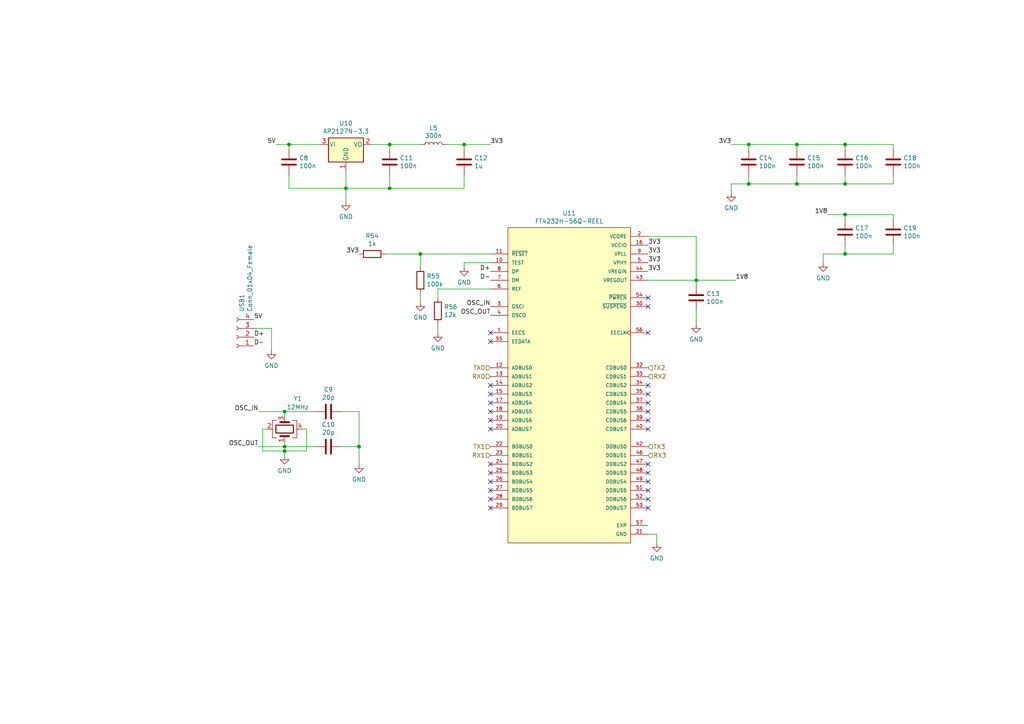
<source format=kicad_sch>
(kicad_sch (version 20211123) (generator eeschema)
  (paper "A4")
  (title_block (title "USB to UART ") (date "2022-08-10") (rev "2.0"))
  (lib_symbols
    (symbol "Connector:Conn_01x04_Female" (pin_names (offset 1.016) hide)
      (property "Reference" "J" (at 0 5.08 0))
      (property "Value" "Conn_01x04_Female" (at 0 -7.62 0))
      (symbol "Conn_01x04_Female_1_1"
        (arc (start 0 -4.572) (mid -0.508 -5.08) (end 0 -5.588) (stroke (width 0.1524)))
        (arc (start 0 -2.032) (mid -0.508 -2.54) (end 0 -3.048) (stroke (width 0.1524)))
        (polyline (pts (xy -1.27 -5.08) (xy -0.508 -5.08)) (stroke (width 0.1524)))
        (polyline (pts (xy -1.27 -2.54) (xy -0.508 -2.54)) (stroke (width 0.1524)))
        (polyline (pts (xy -1.27 0) (xy -0.508 0)) (stroke (width 0.1524)))
        (polyline (pts (xy -1.27 2.54) (xy -0.508 2.54)) (stroke (width 0.1524)))
        (arc (start 0 0.508) (mid -0.508 0) (end 0 -0.508) (stroke (width 0.1524)))
        (arc (start 0 3.048) (mid -0.508 2.54) (end 0 2.032) (stroke (width 0.1524)))
        (pin passive line (at -5.08 2.54 0) (length 3.81) (name "Pin_1") (number "1"))
        (pin passive line (at -5.08 0 0) (length 3.81) (name "Pin_2") (number "2"))
        (pin passive line (at -5.08 -2.54 0) (length 3.81) (name "Pin_3") (number "3"))
        (pin passive line (at -5.08 -5.08 0) (length 3.81) (name "Pin_4") (number "4"))
      )
    )
    (symbol "Device:C" (pin_numbers hide) (pin_names (offset 0.254))
      (property "Reference" "C" (at 0.635 2.54 0))
      (property "Value" "C" (at 0.635 -2.54 0))
      (symbol "C_0_1"
        (polyline (pts (xy -2.032 -0.762) (xy 2.032 -0.762)) (stroke (width 0.508)))
        (polyline (pts (xy -2.032 0.762) (xy 2.032 0.762)) (stroke (width 0.508)))
      )
      (symbol "C_1_1"
        (pin passive line (at 0 3.81 270) (length 2.794) (name "~") (number "1"))
        (pin passive line (at 0 -3.81 90) (length 2.794) (name "~") (number "2"))
      )
    )
    (symbol "Device:Crystal_GND24" (pin_names (offset 1.016) hide)
      (property "Reference" "Y" (at 3.175 5.08 0))
      (property "Value" "Crystal_GND24" (at 3.175 3.175 0))
      (symbol "Crystal_GND24_0_1"
        (rectangle (start -1.143 2.54) (end 1.143 -2.54) (stroke (width 0.3048)))
        (polyline (pts (xy -2.54 0) (xy -2.032 0)))
        (polyline (pts (xy -2.032 -1.27) (xy -2.032 1.27)) (stroke (width 0.508)))
        (polyline (pts (xy 0 -3.81) (xy 0 -3.556)))
        (polyline (pts (xy 0 3.556) (xy 0 3.81)))
        (polyline (pts (xy 2.032 -1.27) (xy 2.032 1.27)) (stroke (width 0.508)))
        (polyline (pts (xy 2.032 0) (xy 2.54 0)))
        (polyline (pts (xy -2.54 -2.286) (xy -2.54 -3.556) (xy 2.54 -3.556) (xy 2.54 -2.286)))
        (polyline (pts (xy -2.54 2.286) (xy -2.54 3.556) (xy 2.54 3.556) (xy 2.54 2.286)))
      )
      (symbol "Crystal_GND24_1_1"
        (pin passive line (at -3.81 0 0) (length 1.27) (name "1") (number "1"))
        (pin passive line (at 0 5.08 270) (length 1.27) (name "2") (number "2"))
        (pin passive line (at 3.81 0 180) (length 1.27) (name "3") (number "3"))
        (pin passive line (at 0 -5.08 90) (length 1.27) (name "4") (number "4"))
      )
    )
    (symbol "Device:L" (pin_numbers hide) (pin_names (offset 1.016) hide)
      (property "Reference" "L" (at -1.27 0 90))
      (property "Value" "L" (at 1.905 0 90))
      (symbol "L_0_1"
        (arc (start 0 -2.54) (mid 0.635 -1.905) (end 0 -1.27))
        (arc (start 0 -1.27) (mid 0.635 -0.635) (end 0 0))
        (arc (start 0 0) (mid 0.635 0.635) (end 0 1.27))
        (arc (start 0 1.27) (mid 0.635 1.905) (end 0 2.54))
      )
      (symbol "L_1_1"
        (pin passive line (at 0 3.81 270) (length 1.27) (name "1") (number "1"))
        (pin passive line (at 0 -3.81 90) (length 1.27) (name "2") (number "2"))
      )
    )
    (symbol "Device:R" (pin_numbers hide) (pin_names (offset 0))
      (property "Reference" "R" (at 2.032 0 90))
      (property "Value" "R" (at 0 0 90))
      (symbol "R_0_1"
        (rectangle (start -1.016 -2.54) (end 1.016 2.54) (stroke (width 0.254)))
      )
      (symbol "R_1_1"
        (pin passive line (at 0 3.81 270) (length 1.27) (name "~") (number "1"))
        (pin passive line (at 0 -3.81 90) (length 1.27) (name "~") (number "2"))
      )
    )
    (symbol "Regulator_Linear:AP2127N-3.3" (pin_names (offset 0.254))
      (property "Reference" "U" (at -3.81 3.175 0))
      (property "Value" "AP2127N-3.3" (at 0 3.175 0))
      (symbol "AP2127N-3.3_0_1"
        (rectangle (start -5.08 1.905) (end 5.08 -5.08) (stroke (width 0.254)) (fill (type background)))
      )
      (symbol "AP2127N-3.3_1_1"
        (pin power_in line (at 0 -7.62 90) (length 2.54) (name "GND") (number "1"))
        (pin power_out line (at 7.62 0 180) (length 2.54) (name "VO") (number "2"))
        (pin power_in line (at -7.62 0 0) (length 2.54) (name "VI") (number "3"))
      )
    )
    (symbol "cubesat_obc_lib:FT4232H-56Q-REEL" (pin_names (offset 1.016))
      (property "Reference" "U" (at -17.8054 51.4096 0))
      (property "Value" "FT4232H-56Q-REEL" (at -17.78 -43.7134 0))
      (symbol "FT4232H-56Q-REEL_0_0"
        (pin bidirectional line (at -22.86 20.32 0) (length 5.08) (name "EECS") (number "1"))
        (pin input line (at -22.86 40.64 0) (length 5.08) (name "TEST") (number "10"))
        (pin input line (at -22.86 43.18 0) (length 5.08) (name "~{RESET}") (number "11"))
        (pin bidirectional line (at -22.86 10.16 0) (length 5.08) (name "ADBUS0") (number "12"))
        (pin bidirectional line (at -22.86 7.62 0) (length 5.08) (name "ADBUS1") (number "13"))
        (pin bidirectional line (at -22.86 5.08 0) (length 5.08) (name "ADBUS2") (number "14"))
        (pin bidirectional line (at -22.86 2.54 0) (length 5.08) (name "ADBUS3") (number "15"))
        (pin power_in line (at 22.86 45.72 180) (length 5.08) (name "VCCIO") (number "16"))
        (pin bidirectional line (at -22.86 0 0) (length 5.08) (name "ADBUS4") (number "17"))
        (pin bidirectional line (at -22.86 -2.54 0) (length 5.08) (name "ADBUS5") (number "18"))
        (pin bidirectional line (at -22.86 -5.08 0) (length 5.08) (name "ADBUS6") (number "19"))
        (pin power_in line (at 22.86 48.26 180) (length 5.08) (name "VCORE") (number "2"))
        (pin bidirectional line (at -22.86 -7.62 0) (length 5.08) (name "ADBUS7") (number "20"))
        (pin power_in line (at 22.86 -38.1 180) (length 5.08) (name "GND") (number "21"))
        (pin bidirectional line (at -22.86 -12.7 0) (length 5.08) (name "BDBUS0") (number "22"))
        (pin bidirectional line (at -22.86 -15.24 0) (length 5.08) (name "BDBUS1") (number "23"))
        (pin bidirectional line (at -22.86 -17.78 0) (length 5.08) (name "BDBUS2") (number "24"))
        (pin bidirectional line (at -22.86 -20.32 0) (length 5.08) (name "BDBUS3") (number "25"))
        (pin bidirectional line (at -22.86 -22.86 0) (length 5.08) (name "BDBUS4") (number "26"))
        (pin bidirectional line (at -22.86 -25.4 0) (length 5.08) (name "BDBUS5") (number "27"))
        (pin bidirectional line (at -22.86 -27.94 0) (length 5.08) (name "BDBUS6") (number "28"))
        (pin bidirectional line (at -22.86 -30.48 0) (length 5.08) (name "BDBUS7") (number "29"))
        (pin input line (at -22.86 27.94 0) (length 5.08) (name "OSCI") (number "3"))
        (pin output line (at 22.86 27.94 180) (length 5.08) (name "~{SUSPEND}") (number "30"))
        (pin passive line (at 22.86 48.26 180) (length 5.08) hide (name "VCORE") (number "31"))
        (pin bidirectional line (at 22.86 10.16 180) (length 5.08) (name "CDBUS0") (number "32"))
        (pin bidirectional line (at 22.86 7.62 180) (length 5.08) (name "CDBUS1") (number "33"))
        (pin bidirectional line (at 22.86 5.08 180) (length 5.08) (name "CDBUS2") (number "34"))
        (pin bidirectional line (at 22.86 2.54 180) (length 5.08) (name "CDBUS3") (number "35"))
        (pin passive line (at 22.86 45.72 180) (length 5.08) hide (name "VCCIO") (number "36"))
        (pin bidirectional line (at 22.86 0 180) (length 5.08) (name "CDBUS4") (number "37"))
        (pin bidirectional line (at 22.86 -2.54 180) (length 5.08) (name "CDBUS5") (number "38"))
        (pin bidirectional line (at 22.86 -5.08 180) (length 5.08) (name "CDBUS6") (number "39"))
        (pin output line (at -22.86 25.4 0) (length 5.08) (name "OSCO") (number "4"))
        (pin bidirectional line (at 22.86 -7.62 180) (length 5.08) (name "CDBUS7") (number "40"))
        (pin passive line (at 22.86 -38.1 180) (length 5.08) hide (name "GND") (number "41"))
        (pin bidirectional line (at 22.86 -12.7 180) (length 5.08) (name "DDBUS0") (number "42"))
        (pin power_in line (at 22.86 35.56 180) (length 5.08) (name "VREGOUT") (number "43"))
        (pin power_in line (at 22.86 38.1 180) (length 5.08) (name "VREGIN") (number "44"))
        (pin passive line (at 22.86 -38.1 180) (length 5.08) hide (name "GND") (number "45"))
        (pin bidirectional line (at 22.86 -15.24 180) (length 5.08) (name "DDBUS1") (number "46"))
        (pin bidirectional line (at 22.86 -17.78 180) (length 5.08) (name "DDBUS2") (number "47"))
        (pin bidirectional line (at 22.86 -20.32 180) (length 5.08) (name "DDBUS3") (number "48"))
        (pin bidirectional line (at 22.86 -22.86 180) (length 5.08) (name "DDBUS4") (number "49"))
        (pin power_in line (at 22.86 40.64 180) (length 5.08) (name "VPHY") (number "5"))
        (pin passive line (at 22.86 45.72 180) (length 5.08) hide (name "VCCIO") (number "50"))
        (pin bidirectional line (at 22.86 -25.4 180) (length 5.08) (name "DDBUS5") (number "51"))
        (pin bidirectional line (at 22.86 -27.94 180) (length 5.08) (name "DDBUS6") (number "52"))
        (pin bidirectional line (at 22.86 -30.48 180) (length 5.08) (name "DDBUS7") (number "53"))
        (pin output line (at 22.86 30.48 180) (length 5.08) (name "~{PWREN}") (number "54"))
        (pin bidirectional line (at -22.86 17.78 0) (length 5.08) (name "EEDATA") (number "55"))
        (pin output clock (at 22.86 20.32 180) (length 5.08) (name "EECLK") (number "56"))
        (pin power_in line (at 22.86 -35.56 180) (length 5.08) (name "EXP") (number "57"))
        (pin input line (at -22.86 33.02 0) (length 5.08) (name "REF") (number "6"))
        (pin input line (at -22.86 35.56 0) (length 5.08) (name "DM") (number "7"))
        (pin input line (at -22.86 38.1 0) (length 5.08) (name "DP") (number "8"))
        (pin power_in line (at 22.86 43.18 180) (length 5.08) (name "VPLL") (number "9"))
      )
      (symbol "FT4232H-56Q-REEL_1_1"
        (rectangle (start -17.78 50.8) (end 17.78 -40.64) (fill (type background)))
      )
    )
    (symbol "power:GND" (power) (pin_names (offset 0))
      (property "Value" "GND" (at 0 -3.81 0))
      (symbol "GND_0_1"
        (polyline (pts (xy 0 0) (xy 0 -1.27) (xy 1.27 -1.27) (xy 0 -2.54) (xy -1.27 -1.27) (xy 0 -1.27)))
      )
      (symbol "GND_1_1"
        (pin power_in line (at 0 0 270) (length 0) hide (name "GND") (number "1"))
      )
    )
  )
  (junction (at 83.82 41.91))
  (junction (at 82.55 130.81))
  (junction (at 104.14 129.54))
  (junction (at 217.17 53.34))
  (junction (at 113.03 41.91))
  (junction (at 201.93 81.28))
  (junction (at 134.62 41.91))
  (junction (at 121.92 73.66))
  (junction (at 245.11 53.34))
  (junction (at 82.55 119.38))
  (junction (at 113.03 54.61))
  (junction (at 231.14 41.91))
  (junction (at 245.11 41.91))
  (junction (at 100.33 54.61))
  (junction (at 82.55 129.54))
  (junction (at 231.14 53.34))
  (junction (at 217.17 41.91))
  (junction (at 245.11 73.66))
  (junction (at 245.11 62.23))
  (no_connect (at 142.24 121.92))
  (no_connect (at 142.24 124.46))
  (no_connect (at 142.24 99.06))
  (no_connect (at 142.24 96.52))
  (no_connect (at 142.24 119.38))
  (no_connect (at 142.24 116.84))
  (no_connect (at 187.96 96.52))
  (no_connect (at 187.96 86.36))
  (no_connect (at 187.96 88.9))
  (no_connect (at 142.24 134.62))
  (no_connect (at 142.24 137.16))
  (no_connect (at 142.24 139.7))
  (no_connect (at 142.24 111.76))
  (no_connect (at 142.24 114.3))
  (no_connect (at 187.96 124.46))
  (no_connect (at 187.96 119.38))
  (no_connect (at 187.96 121.92))
  (no_connect (at 187.96 147.32))
  (no_connect (at 142.24 142.24))
  (no_connect (at 142.24 144.78))
  (no_connect (at 142.24 147.32))
  (no_connect (at 187.96 134.62))
  (no_connect (at 187.96 137.16))
  (no_connect (at 187.96 139.7))
  (no_connect (at 187.96 142.24))
  (no_connect (at 187.96 144.78))
  (no_connect (at 187.96 111.76))
  (no_connect (at 187.96 114.3))
  (no_connect (at 187.96 116.84))
  (wire (pts (xy 100.33 49.53) (xy 100.33 54.61)))
  (wire (pts (xy 190.5 154.94) (xy 187.96 154.94)))
  (wire (pts (xy 245.11 63.5) (xy 245.11 62.23)))
  (wire (pts (xy 82.55 128.27) (xy 82.55 129.54)))
  (wire (pts (xy 78.74 101.6) (xy 78.74 95.25)))
  (wire (pts (xy 259.08 71.12) (xy 259.08 73.66)))
  (wire (pts (xy 76.2 124.46) (xy 77.47 124.46)))
  (wire (pts (xy 74.93 129.54) (xy 82.55 129.54)))
  (wire (pts (xy 201.93 90.17) (xy 201.93 93.98)))
  (wire (pts (xy 107.95 41.91) (xy 113.03 41.91)))
  (wire (pts (xy 129.54 41.91) (xy 134.62 41.91)))
  (wire (pts (xy 82.55 130.81) (xy 82.55 132.08)))
  (wire (pts (xy 113.03 43.18) (xy 113.03 41.91)))
  (wire (pts (xy 99.06 129.54) (xy 104.14 129.54)))
  (wire (pts (xy 212.09 53.34) (xy 217.17 53.34)))
  (wire (pts (xy 113.03 54.61) (xy 134.62 54.61)))
  (wire (pts (xy 238.76 73.66) (xy 245.11 73.66)))
  (wire (pts (xy 127 83.82) (xy 127 86.36)))
  (wire (pts (xy 104.14 119.38) (xy 104.14 129.54)))
  (wire (pts (xy 100.33 54.61) (xy 113.03 54.61)))
  (wire (pts (xy 83.82 50.8) (xy 83.82 54.61)))
  (wire (pts (xy 212.09 41.91) (xy 217.17 41.91)))
  (wire (pts (xy 231.14 43.18) (xy 231.14 41.91)))
  (wire (pts (xy 259.08 43.18) (xy 259.08 41.91)))
  (wire (pts (xy 121.92 85.09) (xy 121.92 87.63)))
  (wire (pts (xy 91.44 129.54) (xy 82.55 129.54)))
  (wire (pts (xy 104.14 129.54) (xy 104.14 134.62)))
  (wire (pts (xy 245.11 62.23) (xy 259.08 62.23)))
  (wire (pts (xy 259.08 50.8) (xy 259.08 53.34)))
  (wire (pts (xy 245.11 43.18) (xy 245.11 41.91)))
  (wire (pts (xy 201.93 68.58) (xy 201.93 81.28)))
  (wire (pts (xy 245.11 71.12) (xy 245.11 73.66)))
  (wire (pts (xy 217.17 50.8) (xy 217.17 53.34)))
  (wire (pts (xy 134.62 76.2) (xy 142.24 76.2)))
  (wire (pts (xy 88.9 124.46) (xy 88.9 130.81)))
  (wire (pts (xy 80.01 41.91) (xy 83.82 41.91)))
  (wire (pts (xy 245.11 41.91) (xy 259.08 41.91)))
  (wire (pts (xy 240.03 62.23) (xy 245.11 62.23)))
  (wire (pts (xy 113.03 41.91) (xy 121.92 41.91)))
  (wire (pts (xy 88.9 130.81) (xy 82.55 130.81)))
  (wire (pts (xy 121.92 73.66) (xy 142.24 73.66)))
  (wire (pts (xy 121.92 77.47) (xy 121.92 73.66)))
  (wire (pts (xy 213.36 81.28) (xy 201.93 81.28)))
  (wire (pts (xy 100.33 54.61) (xy 100.33 58.42)))
  (wire (pts (xy 231.14 50.8) (xy 231.14 53.34)))
  (wire (pts (xy 201.93 82.55) (xy 201.93 81.28)))
  (wire (pts (xy 134.62 41.91) (xy 142.24 41.91)))
  (wire (pts (xy 245.11 50.8) (xy 245.11 53.34)))
  (wire (pts (xy 134.62 41.91) (xy 134.62 43.18)))
  (wire (pts (xy 187.96 81.28) (xy 201.93 81.28)))
  (wire (pts (xy 91.44 119.38) (xy 82.55 119.38)))
  (wire (pts (xy 82.55 120.65) (xy 82.55 119.38)))
  (wire (pts (xy 217.17 41.91) (xy 231.14 41.91)))
  (wire (pts (xy 238.76 76.2) (xy 238.76 73.66)))
  (wire (pts (xy 259.08 63.5) (xy 259.08 62.23)))
  (wire (pts (xy 111.76 73.66) (xy 121.92 73.66)))
  (wire (pts (xy 134.62 77.47) (xy 134.62 76.2)))
  (wire (pts (xy 78.74 95.25) (xy 73.66 95.25)))
  (wire (pts (xy 217.17 43.18) (xy 217.17 41.91)))
  (wire (pts (xy 190.5 157.48) (xy 190.5 154.94)))
  (wire (pts (xy 99.06 119.38) (xy 104.14 119.38)))
  (wire (pts (xy 245.11 53.34) (xy 259.08 53.34)))
  (wire (pts (xy 142.24 83.82) (xy 127 83.82)))
  (wire (pts (xy 187.96 68.58) (xy 201.93 68.58)))
  (wire (pts (xy 74.93 119.38) (xy 82.55 119.38)))
  (wire (pts (xy 83.82 43.18) (xy 83.82 41.91)))
  (wire (pts (xy 83.82 41.91) (xy 92.71 41.91)))
  (wire (pts (xy 83.82 54.61) (xy 100.33 54.61)))
  (wire (pts (xy 82.55 130.81) (xy 76.2 130.81)))
  (wire (pts (xy 113.03 50.8) (xy 113.03 54.61)))
  (wire (pts (xy 231.14 53.34) (xy 245.11 53.34)))
  (wire (pts (xy 134.62 50.8) (xy 134.62 54.61)))
  (wire (pts (xy 87.63 124.46) (xy 88.9 124.46)))
  (wire (pts (xy 76.2 124.46) (xy 76.2 130.81)))
  (wire (pts (xy 127 93.98) (xy 127 96.52)))
  (wire (pts (xy 212.09 53.34) (xy 212.09 55.88)))
  (wire (pts (xy 245.11 73.66) (xy 259.08 73.66)))
  (wire (pts (xy 217.17 53.34) (xy 231.14 53.34)))
  (wire (pts (xy 231.14 41.91) (xy 245.11 41.91)))
  (label "1V8" (at 240.03 62.23 180))
  (label "1V8" (at 213.36 81.28 0))
  (label "5V" (at 80.01 41.91 180))
  (label "D-" (at 142.24 81.28 180))
  (label "5V" (at 73.66 92.71 0))
  (label "3V3" (at 104.14 73.66 180))
  (label "D-" (at 73.66 100.33 0))
  (label "3V3" (at 187.96 73.66 0))
  (label "3V3" (at 142.24 41.91 0))
  (label "3V3" (at 187.96 78.74 0))
  (label "OSC_OUT" (at 142.24 91.44 180))
  (label "OSC_OUT" (at 74.93 129.54 180))
  (label "3V3" (at 187.96 71.12 0))
  (label "3V3" (at 212.09 41.91 180))
  (label "OSC_IN" (at 142.24 88.9 180))
  (label "OSC_IN" (at 74.93 119.38 180))
  (label "3V3" (at 187.96 76.2 0))
  (label "D+" (at 73.66 97.79 0))
  (label "D+" (at 142.24 78.74 180))
  (hierarchical_label "TX3" (shape input) (at 187.96 129.54 0))
  (hierarchical_label "RX3" (shape input) (at 187.96 132.08 0))
  (hierarchical_label "RX0" (shape input) (at 142.24 109.22 180))
  (hierarchical_label "TX2" (shape input) (at 187.96 106.68 0))
  (hierarchical_label "TX1" (shape input) (at 142.24 129.54 180))
  (hierarchical_label "TX0" (shape input) (at 142.24 106.68 180))
  (hierarchical_label "RX1" (shape input) (at 142.24 132.08 180))
  (hierarchical_label "RX2" (shape input) (at 187.96 109.22 0))
  (symbol (lib_id "cubesat_obc_lib:FT4232H-56Q-REEL") (at 165.1 116.84 0) (unit 1)
    (property "Reference" "U11" (at 165.1 61.849 0))
    (property "Value" "FT4232H-56Q-REEL" (at 165.1 64.1604 0))
    (property "Footprint" "Package_DFN_QFN:QFN-56-1EP_8x8mm_P0.5mm_EP5.9x5.9mm" (effects hide))
    (property "Datasheet" "FTDI" (effects hide))
  )
  (symbol (lib_id "Device:R") (at 107.95 73.66 270) (unit 1)
    (property "Reference" "R54" (at 107.95 68.4022 90))
    (property "Value" "1k" (at 107.95 70.7136 90))
    (property "Footprint" "Resistor_SMD:R_0402_1005Metric" (effects hide))
    (property "Digikey Part Number" "311-1KLBCT-ND" (effects hide))
  )
  (symbol (lib_id "Device:R") (at 121.92 81.28 0) (unit 1)
    (property "Reference" "R55" (at 123.698 80.1116 0) (effects (justify left)))
    (property "Value" "100k" (at 123.698 82.423 0) (effects (justify left)))
    (property "Footprint" "Resistor_SMD:R_0402_1005Metric" (effects hide))
    (property "Digikey Part Number" "YAG3434CT-ND" (effects hide))
  )
  (symbol (lib_id "Device:R") (at 127 90.17 0) (unit 1)
    (property "Reference" "R56" (at 128.778 89.0016 0) (effects (justify left)))
    (property "Value" "12k" (at 128.778 91.313 0) (effects (justify left)))
    (property "Footprint" "Resistor_SMD:R_0201_0603Metric" (effects hide))
    (property "Digikey Part Number" "YAG5153CT-ND" (effects hide))
  )
  (symbol (lib_id "Connector:Conn_01x04_Female") (at 68.58 97.79 180) (unit 1)
    (property "Reference" "USB1" (at 70.1548 90.4748 90) (effects (justify right)))
    (property "Value" "Conn_01x04_Female" (at 72.4662 90.4748 90) (effects (justify right)))
    (property "Footprint" "Connector_Molex:Molex_PicoBlade_53261-0471_1x04-1MP_P1.25mm_Horizontal" (effects hide))
    (property "Digikey Part Number" "WM7622CT-ND" (effects hide))
  )
  (symbol (lib_id "Regulator_Linear:AP2127N-3.3") (at 100.33 41.91 0) (unit 1)
    (property "Reference" "U10" (at 100.33 35.7632 0))
    (property "Value" "AP2127N-3.3" (at 100.33 38.0746 0))
    (property "Footprint" "Package_TO_SOT_SMD:SOT-23" (effects hide))
    (property "Datasheet" "https://www.diodes.com/assets/Datasheets/AP2127.pdf" (effects hide))
    (property "Digikey Part Number" "AP2127N-3.3TRG1DICT-ND" (effects hide))
  )
  (symbol (lib_id "Device:C") (at 83.82 46.99 0) (unit 1)
    (property "Reference" "C8" (at 86.741 45.8216 0) (effects (justify left)))
    (property "Value" "100n" (at 86.741 48.133 0) (effects (justify left)))
    (property "Footprint" "Capacitor_SMD:C_0402_1005Metric" (effects hide))
    (property "Digikey Part Number" "399-6828-1-ND" (effects hide))
  )
  (symbol (lib_id "Device:C") (at 113.03 46.99 0) (unit 1)
    (property "Reference" "C11" (at 115.951 45.8216 0) (effects (justify left)))
    (property "Value" "100n" (at 115.951 48.133 0) (effects (justify left)))
    (property "Footprint" "Capacitor_SMD:C_0402_1005Metric" (effects hide))
    (property "Digikey Part Number" "399-6828-1-ND" (effects hide))
  )
  (symbol (lib_id "Device:C") (at 201.93 86.36 0) (unit 1)
    (property "Reference" "C13" (at 204.851 85.1916 0) (effects (justify left)))
    (property "Value" "100n" (at 204.851 87.503 0) (effects (justify left)))
    (property "Footprint" "Capacitor_SMD:C_0402_1005Metric" (effects hide))
    (property "Digikey Part Number" "399-6828-1-ND" (effects hide))
  )
  (symbol (lib_id "Device:C") (at 217.17 46.99 0) (unit 1)
    (property "Reference" "C14" (at 220.091 45.8216 0) (effects (justify left)))
    (property "Value" "100n" (at 220.091 48.133 0) (effects (justify left)))
    (property "Footprint" "Capacitor_SMD:C_0402_1005Metric" (effects hide))
    (property "Digikey Part Number" "399-6828-1-ND" (effects hide))
  )
  (symbol (lib_id "Device:C") (at 231.14 46.99 0) (unit 1)
    (property "Reference" "C15" (at 234.061 45.8216 0) (effects (justify left)))
    (property "Value" "100n" (at 234.061 48.133 0) (effects (justify left)))
    (property "Footprint" "Capacitor_SMD:C_0402_1005Metric" (effects hide))
    (property "Digikey Part Number" "399-6828-1-ND" (effects hide))
  )
  (symbol (lib_id "Device:C") (at 245.11 46.99 0) (unit 1)
    (property "Reference" "C16" (at 248.031 45.8216 0) (effects (justify left)))
    (property "Value" "100n" (at 248.031 48.133 0) (effects (justify left)))
    (property "Footprint" "Capacitor_SMD:C_0402_1005Metric" (effects hide))
    (property "Digikey Part Number" "399-6828-1-ND" (effects hide))
  )
  (symbol (lib_id "Device:C") (at 259.08 46.99 0) (unit 1)
    (property "Reference" "C18" (at 262.001 45.8216 0) (effects (justify left)))
    (property "Value" "100n" (at 262.001 48.133 0) (effects (justify left)))
    (property "Footprint" "Capacitor_SMD:C_0402_1005Metric" (effects hide))
    (property "Digikey Part Number" "399-6828-1-ND" (effects hide))
  )
  (symbol (lib_id "Device:C") (at 245.11 67.31 0) (unit 1)
    (property "Reference" "C17" (at 248.031 66.1416 0) (effects (justify left)))
    (property "Value" "100n" (at 248.031 68.453 0) (effects (justify left)))
    (property "Footprint" "Capacitor_SMD:C_0402_1005Metric" (effects hide))
    (property "Digikey Part Number" "399-6828-1-ND" (effects hide))
  )
  (symbol (lib_id "Device:C") (at 259.08 67.31 0) (unit 1)
    (property "Reference" "C19" (at 262.001 66.1416 0) (effects (justify left)))
    (property "Value" "100n" (at 262.001 68.453 0) (effects (justify left)))
    (property "Footprint" "Capacitor_SMD:C_0402_1005Metric" (effects hide))
    (property "Digikey Part Number" "399-6828-1-ND" (effects hide))
  )
  (symbol (lib_id "Device:L") (at 125.73 41.91 90) (unit 1)
    (property "Reference" "L5" (at 125.73 37.084 90))
    (property "Value" "300n" (at 125.73 39.3954 90))
    (property "Footprint" "Inductor_SMD:L_Taiyo-Yuden_MD-3030" (effects hide))
    (property "Digikey Part Number" "587-5612-1-ND" (effects hide))
  )
  (symbol (lib_id "Device:C") (at 134.62 46.99 0) (unit 1)
    (property "Reference" "C12" (at 137.541 45.8216 0) (effects (justify left)))
    (property "Value" "1u" (at 137.541 48.133 0) (effects (justify left)))
    (property "Footprint" "Capacitor_SMD:C_0603_1608Metric" (effects hide))
    (property "Digikey Part Number" "399-17713-1-ND" (effects hide))
  )
  (symbol (lib_id "Device:C") (at 95.25 119.38 270) (mirror x) (unit 1)
    (property "Reference" "C9" (at 95.25 112.9792 90))
    (property "Value" "20p" (at 95.25 115.2906 90))
    (property "Footprint" "Capacitor_SMD:C_0603_1608Metric" (effects hide))
    (property "Digikey Part Number" "399-C0603C200K4HACAUTOCT-ND" (effects hide))
  )
  (symbol (lib_id "Device:C") (at 95.25 129.54 270) (unit 1)
    (property "Reference" "C10" (at 95.25 123.1392 90))
    (property "Value" "20p" (at 95.25 125.4506 90))
    (property "Footprint" "Capacitor_SMD:C_0603_1608Metric" (effects hide))
    (property "Digikey Part Number" "399-C0603C200K4HACAUTOCT-ND" (effects hide))
  )
  (symbol (lib_id "power:GND") (at 201.93 93.98 0) (unit 1)
    (property "Reference" "#PWR032" (effects hide))
    (property "Value" "GND" (at 201.93 98.4234 0))
  )
  (symbol (lib_id "power:GND") (at 82.55 132.08 0) (unit 1)
    (property "Reference" "#PWR025" (effects hide))
    (property "Value" "GND" (at 82.55 136.5234 0))
  )
  (symbol (lib_id "power:GND") (at 121.92 87.63 0) (unit 1)
    (property "Reference" "#PWR028" (effects hide))
    (property "Value" "GND" (at 121.92 92.0734 0))
  )
  (symbol (lib_id "power:GND") (at 104.14 134.62 0) (unit 1)
    (property "Reference" "#PWR027" (effects hide))
    (property "Value" "GND" (at 104.14 139.0634 0))
  )
  (symbol (lib_id "power:GND") (at 100.33 58.42 0) (unit 1)
    (property "Reference" "#PWR026" (effects hide))
    (property "Value" "GND" (at 100.33 62.8634 0))
  )
  (symbol (lib_id "Device:Crystal_GND24") (at 82.55 124.46 90) (unit 1)
    (property "Reference" "Y1" (at 86.36 115.5731 90))
    (property "Value" "12MHz" (at 86.36 118.11 90))
    (property "Footprint" "Crystal:Crystal_SMD_5032-4Pin_5.0x3.2mm" (effects hide))
    (property "Digikey Part Number" "XC1511CT-ND" (effects hide))
  )
  (symbol (lib_id "power:GND") (at 238.76 76.2 0) (unit 1)
    (property "Reference" "#PWR034" (effects hide))
    (property "Value" "GND" (at 238.76 80.6434 0))
  )
  (symbol (lib_id "power:GND") (at 78.74 101.6 0) (unit 1)
    (property "Reference" "#PWR024" (effects hide))
    (property "Value" "GND" (at 78.74 106.0434 0))
  )
  (symbol (lib_id "power:GND") (at 190.5 157.48 0) (unit 1)
    (property "Reference" "#PWR031" (effects hide))
    (property "Value" "GND" (at 190.5 161.9234 0))
  )
  (symbol (lib_id "power:GND") (at 134.62 77.47 0) (unit 1)
    (property "Reference" "#PWR030" (effects hide))
    (property "Value" "GND" (at 134.62 81.9134 0))
  )
  (symbol (lib_id "power:GND") (at 127 96.52 0) (unit 1)
    (property "Reference" "#PWR029" (effects hide))
    (property "Value" "GND" (at 127 100.9634 0))
  )
  (symbol (lib_id "power:GND") (at 212.09 55.88 0) (unit 1)
    (property "Reference" "#PWR033" (effects hide))
    (property "Value" "GND" (at 212.09 60.3234 0))
  )
)
</source>
